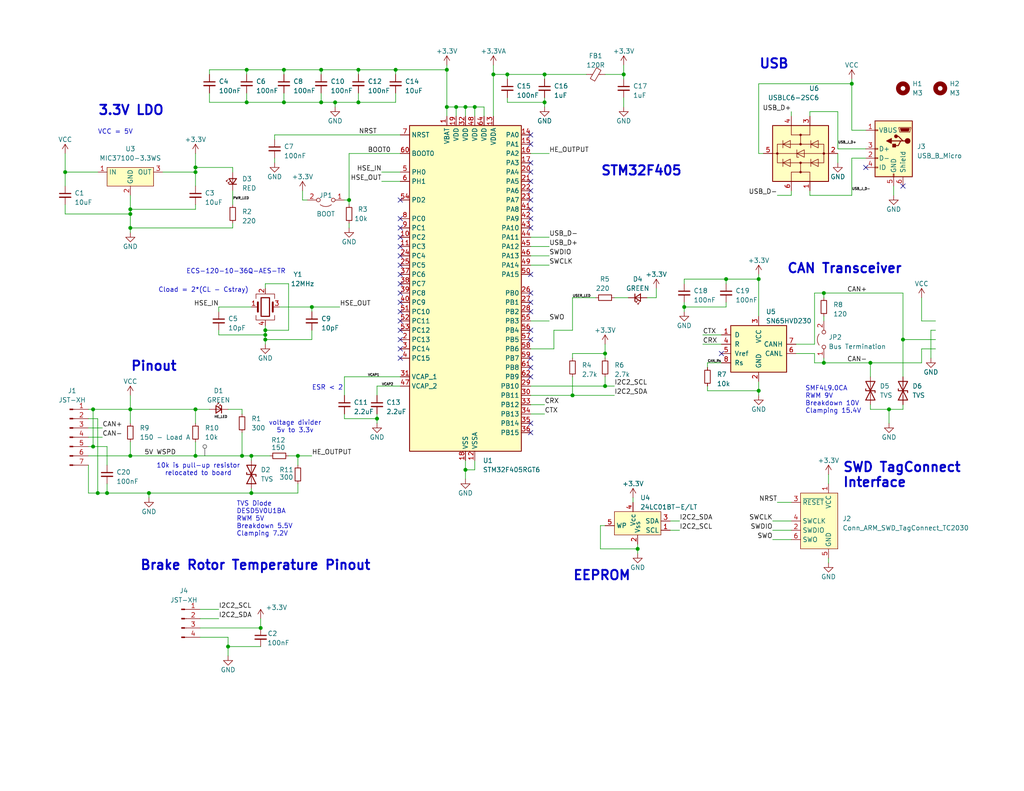
<source format=kicad_sch>
(kicad_sch (version 20231120) (generator "eeschema") (generator_version "8.0")
  (paper "USLetter")
  (title_block (title "SDM-25 Wheel Board") (date "2024-01-16") (rev "v1.2") (company "Sun Devil Motorsports"))
  (junction (at 237.49 99.06))
  (junction (at 170.18 20.32))
  (junction (at 87.63 19.05))
  (junction (at 207.01 106.68))
  (junction (at 134.62 20.32))
  (junction (at 232.41 22.86))
  (junction (at 71.12 171.45))
  (junction (at 17.78 46.99))
  (junction (at 165.1 96.52))
  (junction (at 246.38 92.71))
  (junction (at 186.69 83.82))
  (junction (at 91.44 27.94))
  (junction (at 53.34 111.76))
  (junction (at 35.56 58.42))
  (junction (at 72.39 92.71))
  (junction (at 242.57 111.76))
  (junction (at 121.92 29.21))
  (junction (at 29.21 134.62))
  (junction (at 53.34 46.99))
  (junction (at 62.23 176.53))
  (junction (at 102.87 114.3))
  (junction (at 85.09 83.82))
  (junction (at 25.4 111.76))
  (junction (at 97.79 19.05))
  (junction (at 68.58 134.62))
  (junction (at 35.56 124.46))
  (junction (at 72.39 90.17))
  (junction (at 97.79 27.94))
  (junction (at 198.12 76.2))
  (junction (at 207.01 76.2))
  (junction (at 35.56 62.23))
  (junction (at 35.56 57.15))
  (junction (at 156.21 107.95))
  (junction (at 224.79 80.01))
  (junction (at 165.1 105.41))
  (junction (at 53.34 124.46))
  (junction (at 67.31 27.94))
  (junction (at 148.59 20.32))
  (junction (at 72.39 91.44))
  (junction (at 77.47 27.94))
  (junction (at 68.58 124.46))
  (junction (at 127 128.27))
  (junction (at 87.63 27.94))
  (junction (at 40.64 134.62))
  (junction (at 124.46 29.21))
  (junction (at 127 29.21))
  (junction (at 35.56 111.76))
  (junction (at 67.31 19.05))
  (junction (at 107.95 19.05))
  (junction (at 25.4 121.92))
  (junction (at 53.34 45.72))
  (junction (at 81.28 124.46))
  (junction (at 224.79 99.06))
  (junction (at 173.99 149.86))
  (junction (at 121.92 19.05))
  (junction (at 26.67 134.62))
  (junction (at 138.43 20.32))
  (junction (at 148.59 27.94))
  (junction (at 66.04 124.46))
  (junction (at 77.47 19.05))
  (junction (at 129.54 29.21))
  (junction (at 95.25 54.61))
  (no_connect (at 109.22 72.39))
  (no_connect (at 144.78 46.99))
  (no_connect (at 144.78 118.11))
  (no_connect (at 144.78 82.55))
  (no_connect (at 109.22 69.85))
  (no_connect (at 109.22 85.09))
  (no_connect (at 144.78 92.71))
  (no_connect (at 144.78 54.61))
  (no_connect (at 109.22 77.47))
  (no_connect (at 144.78 52.07))
  (no_connect (at 109.22 64.77))
  (no_connect (at 246.38 50.8))
  (no_connect (at 144.78 100.33))
  (no_connect (at 109.22 95.25))
  (no_connect (at 236.22 45.72))
  (no_connect (at 196.85 96.52))
  (no_connect (at 144.78 97.79))
  (no_connect (at 109.22 59.69))
  (no_connect (at 109.22 90.17))
  (no_connect (at 144.78 90.17))
  (no_connect (at 144.78 57.15))
  (no_connect (at 144.78 80.01))
  (no_connect (at 144.78 102.87))
  (no_connect (at 109.22 67.31))
  (no_connect (at 109.22 54.61))
  (no_connect (at 109.22 80.01))
  (no_connect (at 144.78 115.57))
  (no_connect (at 144.78 62.23))
  (no_connect (at 144.78 36.83))
  (no_connect (at 144.78 85.09))
  (no_connect (at 144.78 39.37))
  (no_connect (at 109.22 82.55))
  (no_connect (at 144.78 49.53))
  (no_connect (at 144.78 59.69))
  (no_connect (at 109.22 92.71))
  (no_connect (at 109.22 87.63))
  (no_connect (at 144.78 74.93))
  (no_connect (at 109.22 62.23))
  (no_connect (at 144.78 44.45))
  (no_connect (at 109.22 97.79))
  (no_connect (at 109.22 74.93))
  (wire (pts (xy 74.93 38.1) (xy 74.93 36.83)))
  (wire (pts (xy 134.62 20.32) (xy 134.62 31.75)))
  (wire (pts (xy 186.69 82.55) (xy 186.69 83.82)))
  (wire (pts (xy 170.18 21.59) (xy 170.18 20.32)))
  (wire (pts (xy 198.12 76.2) (xy 207.01 76.2)))
  (wire (pts (xy 144.78 41.91) (xy 149.86 41.91)))
  (wire (pts (xy 25.4 111.76) (xy 35.56 111.76)))
  (wire (pts (xy 222.25 99.06) (xy 222.25 96.52)))
  (wire (pts (xy 144.78 69.85) (xy 149.86 69.85)))
  (wire (pts (xy 163.83 143.51) (xy 163.83 149.86)))
  (wire (pts (xy 72.39 92.71) (xy 72.39 93.98)))
  (wire (pts (xy 232.41 35.56) (xy 232.41 22.86)))
  (wire (pts (xy 236.22 43.18) (xy 232.41 43.18)))
  (wire (pts (xy 17.78 55.88) (xy 17.78 58.42)))
  (wire (pts (xy 24.13 124.46) (xy 35.56 124.46)))
  (wire (pts (xy 102.87 113.03) (xy 102.87 114.3)))
  (wire (pts (xy 207.01 104.14) (xy 207.01 106.68)))
  (wire (pts (xy 179.07 78.74) (xy 179.07 81.28)))
  (wire (pts (xy 138.43 27.94) (xy 148.59 27.94)))
  (wire (pts (xy 44.45 46.99) (xy 53.34 46.99)))
  (wire (pts (xy 93.98 114.3) (xy 102.87 114.3)))
  (wire (pts (xy 144.78 87.63) (xy 149.86 87.63)))
  (wire (pts (xy 95.25 60.96) (xy 95.25 62.23)))
  (wire (pts (xy 93.98 54.61) (xy 95.25 54.61)))
  (wire (pts (xy 57.15 20.32) (xy 57.15 19.05)))
  (wire (pts (xy 63.5 62.23) (xy 35.56 62.23)))
  (wire (pts (xy 77.47 20.32) (xy 77.47 19.05)))
  (wire (pts (xy 104.14 49.53) (xy 109.22 49.53)))
  (wire (pts (xy 66.04 118.11) (xy 66.04 124.46)))
  (wire (pts (xy 156.21 81.28) (xy 162.56 81.28)))
  (wire (pts (xy 210.82 142.24) (xy 215.9 142.24)))
  (wire (pts (xy 97.79 27.94) (xy 91.44 27.94)))
  (wire (pts (xy 193.04 106.68) (xy 207.01 106.68)))
  (wire (pts (xy 68.58 124.46) (xy 68.58 125.73)))
  (wire (pts (xy 170.18 17.78) (xy 170.18 20.32)))
  (wire (pts (xy 242.57 111.76) (xy 242.57 115.57)))
  (wire (pts (xy 53.34 45.72) (xy 53.34 46.99)))
  (wire (pts (xy 59.69 91.44) (xy 72.39 91.44)))
  (wire (pts (xy 182.88 142.24) (xy 185.42 142.24)))
  (wire (pts (xy 59.69 85.09) (xy 59.69 83.82)))
  (wire (pts (xy 129.54 31.75) (xy 129.54 29.21)))
  (wire (pts (xy 212.09 137.16) (xy 215.9 137.16)))
  (wire (pts (xy 97.79 20.32) (xy 97.79 19.05)))
  (wire (pts (xy 215.9 52.07) (xy 215.9 53.34)))
  (wire (pts (xy 198.12 83.82) (xy 186.69 83.82)))
  (wire (pts (xy 57.15 19.05) (xy 67.31 19.05)))
  (wire (pts (xy 193.04 99.06) (xy 193.04 100.33)))
  (wire (pts (xy 210.82 147.32) (xy 215.9 147.32)))
  (wire (pts (xy 35.56 58.42) (xy 35.56 62.23)))
  (wire (pts (xy 35.56 120.65) (xy 35.56 124.46)))
  (wire (pts (xy 25.4 121.92) (xy 25.4 111.76)))
  (wire (pts (xy 104.14 46.99) (xy 109.22 46.99)))
  (wire (pts (xy 17.78 58.42) (xy 35.56 58.42)))
  (wire (pts (xy 107.95 20.32) (xy 107.95 19.05)))
  (wire (pts (xy 191.77 93.98) (xy 196.85 93.98)))
  (wire (pts (xy 224.79 80.01) (xy 246.38 80.01)))
  (wire (pts (xy 93.98 102.87) (xy 93.98 107.95)))
  (wire (pts (xy 226.06 129.54) (xy 226.06 132.08)))
  (wire (pts (xy 53.34 41.91) (xy 53.34 45.72)))
  (wire (pts (xy 78.74 90.17) (xy 78.74 77.47)))
  (wire (pts (xy 163.83 149.86) (xy 173.99 149.86)))
  (wire (pts (xy 77.47 19.05) (xy 87.63 19.05)))
  (wire (pts (xy 127 31.75) (xy 127 29.21)))
  (wire (pts (xy 53.34 111.76) (xy 53.34 115.57)))
  (wire (pts (xy 144.78 95.25) (xy 151.13 95.25)))
  (wire (pts (xy 25.4 121.92) (xy 29.21 121.92)))
  (wire (pts (xy 17.78 46.99) (xy 26.67 46.99)))
  (wire (pts (xy 53.34 55.88) (xy 53.34 57.15)))
  (wire (pts (xy 138.43 20.32) (xy 134.62 20.32)))
  (wire (pts (xy 144.78 67.31) (xy 149.86 67.31)))
  (wire (pts (xy 63.5 62.23) (xy 63.5 60.96)))
  (wire (pts (xy 66.04 124.46) (xy 68.58 124.46)))
  (wire (pts (xy 237.49 110.49) (xy 237.49 111.76)))
  (wire (pts (xy 77.47 25.4) (xy 77.47 27.94)))
  (wire (pts (xy 148.59 26.67) (xy 148.59 27.94)))
  (wire (pts (xy 220.98 30.48) (xy 228.6 30.48)))
  (wire (pts (xy 151.13 90.17) (xy 156.21 90.17)))
  (wire (pts (xy 222.25 80.01) (xy 222.25 93.98)))
  (wire (pts (xy 228.6 30.48) (xy 228.6 40.64)))
  (wire (pts (xy 85.09 92.71) (xy 72.39 92.71)))
  (wire (pts (xy 62.23 111.76) (xy 66.04 111.76)))
  (wire (pts (xy 127 29.21) (xy 129.54 29.21)))
  (wire (pts (xy 72.39 88.9) (xy 72.39 90.17)))
  (wire (pts (xy 144.78 110.49) (xy 148.59 110.49)))
  (wire (pts (xy 207.01 41.91) (xy 207.01 22.86)))
  (wire (pts (xy 138.43 26.67) (xy 138.43 27.94)))
  (wire (pts (xy 53.34 124.46) (xy 66.04 124.46)))
  (wire (pts (xy 144.78 72.39) (xy 149.86 72.39)))
  (wire (pts (xy 24.13 134.62) (xy 24.13 127)))
  (wire (pts (xy 156.21 97.79) (xy 156.21 96.52)))
  (wire (pts (xy 144.78 105.41) (xy 165.1 105.41)))
  (wire (pts (xy 222.25 96.52) (xy 217.17 96.52)))
  (wire (pts (xy 121.92 19.05) (xy 121.92 29.21)))
  (wire (pts (xy 35.56 57.15) (xy 35.56 58.42)))
  (wire (pts (xy 62.23 173.99) (xy 62.23 176.53)))
  (wire (pts (xy 165.1 96.52) (xy 165.1 97.79)))
  (wire (pts (xy 53.34 46.99) (xy 53.34 50.8)))
  (wire (pts (xy 40.64 134.62) (xy 68.58 134.62)))
  (wire (pts (xy 129.54 125.73) (xy 129.54 128.27)))
  (wire (pts (xy 95.25 55.88) (xy 95.25 54.61)))
  (wire (pts (xy 222.25 93.98) (xy 217.17 93.98)))
  (wire (pts (xy 156.21 90.17) (xy 156.21 81.28)))
  (wire (pts (xy 236.22 35.56) (xy 232.41 35.56)))
  (wire (pts (xy 134.62 17.78) (xy 134.62 20.32)))
  (wire (pts (xy 85.09 90.17) (xy 85.09 92.71)))
  (wire (pts (xy 124.46 31.75) (xy 124.46 29.21)))
  (wire (pts (xy 193.04 105.41) (xy 193.04 106.68)))
  (wire (pts (xy 85.09 83.82) (xy 76.2 83.82)))
  (wire (pts (xy 127 128.27) (xy 127 130.81)))
  (wire (pts (xy 97.79 25.4) (xy 97.79 27.94)))
  (wire (pts (xy 67.31 19.05) (xy 77.47 19.05)))
  (wire (pts (xy 255.27 90.17) (xy 254 90.17)))
  (wire (pts (xy 74.93 36.83) (xy 109.22 36.83)))
  (wire (pts (xy 35.56 107.95) (xy 35.56 111.76)))
  (wire (pts (xy 24.13 121.92) (xy 25.4 121.92)))
  (wire (pts (xy 243.84 50.8) (xy 243.84 53.34)))
  (wire (pts (xy 72.39 90.17) (xy 78.74 90.17)))
  (wire (pts (xy 63.5 45.72) (xy 53.34 45.72)))
  (wire (pts (xy 81.28 124.46) (xy 85.09 124.46)))
  (wire (pts (xy 24.13 116.84) (xy 27.94 116.84)))
  (wire (pts (xy 220.98 30.48) (xy 220.98 31.75)))
  (wire (pts (xy 87.63 19.05) (xy 97.79 19.05)))
  (wire (pts (xy 251.46 99.06) (xy 237.49 99.06)))
  (wire (pts (xy 224.79 81.28) (xy 224.79 80.01)))
  (wire (pts (xy 107.95 27.94) (xy 97.79 27.94)))
  (wire (pts (xy 102.87 107.95) (xy 102.87 105.41)))
  (wire (pts (xy 207.01 106.68) (xy 207.01 107.95)))
  (wire (pts (xy 186.69 76.2) (xy 198.12 76.2)))
  (wire (pts (xy 53.34 111.76) (xy 57.15 111.76)))
  (wire (pts (xy 72.39 90.17) (xy 72.39 91.44)))
  (wire (pts (xy 67.31 25.4) (xy 67.31 27.94)))
  (wire (pts (xy 246.38 92.71) (xy 246.38 80.01)))
  (wire (pts (xy 102.87 115.57) (xy 102.87 114.3)))
  (wire (pts (xy 208.28 41.91) (xy 207.01 41.91)))
  (wire (pts (xy 191.77 91.44) (xy 196.85 91.44)))
  (wire (pts (xy 85.09 83.82) (xy 92.71 83.82)))
  (wire (pts (xy 85.09 85.09) (xy 85.09 83.82)))
  (wire (pts (xy 222.25 99.06) (xy 224.79 99.06)))
  (wire (pts (xy 196.85 99.06) (xy 193.04 99.06)))
  (wire (pts (xy 182.88 144.78) (xy 185.42 144.78)))
  (wire (pts (xy 246.38 92.71) (xy 255.27 92.71)))
  (wire (pts (xy 24.13 119.38) (xy 27.94 119.38)))
  (wire (pts (xy 220.98 52.07) (xy 220.98 53.34)))
  (wire (pts (xy 224.79 97.79) (xy 224.79 99.06)))
  (wire (pts (xy 91.44 27.94) (xy 91.44 29.21)))
  (wire (pts (xy 71.12 168.91) (xy 71.12 171.45)))
  (wire (pts (xy 68.58 124.46) (xy 73.66 124.46)))
  (wire (pts (xy 53.34 57.15) (xy 35.56 57.15)))
  (wire (pts (xy 87.63 27.94) (xy 91.44 27.94)))
  (wire (pts (xy 81.28 124.46) (xy 81.28 127)))
  (wire (pts (xy 170.18 26.67) (xy 170.18 29.21)))
  (wire (pts (xy 26.67 114.3) (xy 26.67 134.62)))
  (wire (pts (xy 132.08 31.75) (xy 132.08 29.21)))
  (wire (pts (xy 127 128.27) (xy 129.54 128.27)))
  (wire (pts (xy 26.67 134.62) (xy 29.21 134.62)))
  (wire (pts (xy 40.64 135.89) (xy 40.64 134.62)))
  (wire (pts (xy 173.99 149.86) (xy 173.99 151.13)))
  (wire (pts (xy 72.39 91.44) (xy 72.39 92.71)))
  (wire (pts (xy 107.95 19.05) (xy 121.92 19.05)))
  (wire (pts (xy 68.58 133.35) (xy 68.58 134.62)))
  (wire (pts (xy 232.41 22.86) (xy 232.41 21.59)))
  (wire (pts (xy 77.47 27.94) (xy 87.63 27.94)))
  (wire (pts (xy 156.21 107.95) (xy 167.64 107.95)))
  (wire (pts (xy 24.13 114.3) (xy 26.67 114.3)))
  (wire (pts (xy 148.59 20.32) (xy 160.02 20.32)))
  (wire (pts (xy 228.6 40.64) (xy 236.22 40.64)))
  (wire (pts (xy 67.31 20.32) (xy 67.31 19.05)))
  (wire (pts (xy 82.55 52.07) (xy 82.55 54.61)))
  (wire (pts (xy 67.31 27.94) (xy 77.47 27.94)))
  (wire (pts (xy 54.61 166.37) (xy 59.69 166.37)))
  (wire (pts (xy 63.5 52.07) (xy 63.5 55.88)))
  (wire (pts (xy 57.15 25.4) (xy 57.15 27.94)))
  (wire (pts (xy 226.06 152.4) (xy 226.06 153.67)))
  (wire (pts (xy 222.25 80.01) (xy 224.79 80.01)))
  (wire (pts (xy 107.95 25.4) (xy 107.95 27.94)))
  (wire (pts (xy 24.13 111.76) (xy 25.4 111.76)))
  (wire (pts (xy 179.07 81.28) (xy 176.53 81.28)))
  (wire (pts (xy 207.01 74.93) (xy 207.01 76.2)))
  (wire (pts (xy 132.08 29.21) (xy 129.54 29.21)))
  (wire (pts (xy 212.09 53.34) (xy 215.9 53.34)))
  (wire (pts (xy 232.41 43.18) (xy 232.41 53.34)))
  (wire (pts (xy 54.61 171.45) (xy 71.12 171.45)))
  (wire (pts (xy 74.93 43.18) (xy 74.93 44.45)))
  (wire (pts (xy 228.6 41.91) (xy 228.6 44.45)))
  (wire (pts (xy 207.01 22.86) (xy 232.41 22.86)))
  (wire (pts (xy 78.74 124.46) (xy 81.28 124.46)))
  (wire (pts (xy 254 90.17) (xy 254 97.79)))
  (wire (pts (xy 71.12 176.53) (xy 62.23 176.53)))
  (wire (pts (xy 82.55 54.61) (xy 83.82 54.61)))
  (wire (pts (xy 59.69 90.17) (xy 59.69 91.44)))
  (wire (pts (xy 156.21 102.87) (xy 156.21 107.95)))
  (wire (pts (xy 87.63 25.4) (xy 87.63 27.94)))
  (wire (pts (xy 72.39 77.47) (xy 72.39 78.74)))
  (wire (pts (xy 210.82 144.78) (xy 215.9 144.78)))
  (wire (pts (xy 144.78 107.95) (xy 156.21 107.95)))
  (wire (pts (xy 246.38 102.87) (xy 246.38 92.71)))
  (wire (pts (xy 144.78 113.03) (xy 148.59 113.03)))
  (wire (pts (xy 109.22 102.87) (xy 93.98 102.87)))
  (wire (pts (xy 57.15 27.94) (xy 67.31 27.94)))
  (wire (pts (xy 29.21 132.08) (xy 29.21 134.62)))
  (wire (pts (xy 255.27 95.25) (xy 251.46 95.25)))
  (wire (pts (xy 63.5 46.99) (xy 63.5 45.72)))
  (wire (pts (xy 151.13 95.25) (xy 151.13 90.17)))
  (wire (pts (xy 102.87 105.41) (xy 109.22 105.41)))
  (wire (pts (xy 81.28 132.08) (xy 81.28 134.62)))
  (wire (pts (xy 165.1 102.87) (xy 165.1 105.41)))
  (wire (pts (xy 35.56 111.76) (xy 35.56 115.57)))
  (wire (pts (xy 156.21 96.52) (xy 165.1 96.52)))
  (wire (pts (xy 242.57 111.76) (xy 246.38 111.76)))
  (wire (pts (xy 165.1 143.51) (xy 163.83 143.51)))
  (wire (pts (xy 255.27 87.63) (xy 251.46 87.63)))
  (wire (pts (xy 97.79 19.05) (xy 107.95 19.05)))
  (wire (pts (xy 95.25 41.91) (xy 95.25 54.61)))
  (wire (pts (xy 54.61 173.99) (xy 62.23 173.99)))
  (wire (pts (xy 17.78 46.99) (xy 17.78 50.8)))
  (wire (pts (xy 121.92 29.21) (xy 121.92 31.75)))
  (wire (pts (xy 172.72 135.89) (xy 172.72 137.16)))
  (wire (pts (xy 148.59 27.94) (xy 148.59 29.21)))
  (wire (pts (xy 93.98 113.03) (xy 93.98 114.3)))
  (wire (pts (xy 215.9 30.48) (xy 215.9 31.75)))
  (wire (pts (xy 224.79 99.06) (xy 237.49 99.06)))
  (wire (pts (xy 165.1 93.98) (xy 165.1 96.52)))
  (wire (pts (xy 198.12 82.55) (xy 198.12 83.82)))
  (wire (pts (xy 78.74 77.47) (xy 72.39 77.47)))
  (wire (pts (xy 17.78 41.91) (xy 17.78 46.99)))
  (wire (pts (xy 148.59 20.32) (xy 138.43 20.32)))
  (wire (pts (xy 35.56 63.5) (xy 35.56 62.23)))
  (wire (pts (xy 87.63 20.32) (xy 87.63 19.05)))
  (wire (pts (xy 144.78 64.77) (xy 149.86 64.77)))
  (wire (pts (xy 237.49 111.76) (xy 242.57 111.76)))
  (wire (pts (xy 173.99 148.59) (xy 173.99 149.86)))
  (wire (pts (xy 29.21 121.92) (xy 29.21 127)))
  (wire (pts (xy 165.1 105.41) (xy 167.64 105.41)))
  (wire (pts (xy 62.23 176.53) (xy 62.23 179.07)))
  (wire (pts (xy 127 125.73) (xy 127 128.27)))
  (wire (pts (xy 109.22 41.91) (xy 95.25 41.91)))
  (wire (pts (xy 29.21 134.62) (xy 40.64 134.62)))
  (wire (pts (xy 207.01 76.2) (xy 207.01 86.36)))
  (wire (pts (xy 35.56 53.34) (xy 35.56 57.15)))
  (wire (pts (xy 138.43 21.59) (xy 138.43 20.32)))
  (wire (pts (xy 232.41 53.34) (xy 220.98 53.34)))
  (wire (pts (xy 186.69 83.82) (xy 186.69 85.09)))
  (wire (pts (xy 53.34 120.65) (xy 53.34 124.46)))
  (wire (pts (xy 237.49 102.87) (xy 237.49 99.06)))
  (wire (pts (xy 24.13 134.62) (xy 26.67 134.62)))
  (wire (pts (xy 35.56 124.46) (xy 53.34 124.46)))
  (wire (pts (xy 59.69 83.82) (xy 68.58 83.82)))
  (wire (pts (xy 246.38 110.49) (xy 246.38 111.76)))
  (wire (pts (xy 186.69 77.47) (xy 186.69 76.2)))
  (wire (pts (xy 66.04 111.76) (xy 66.04 113.03)))
  (wire (pts (xy 251.46 87.63) (xy 251.46 81.28)))
  (wire (pts (xy 54.61 168.91) (xy 59.69 168.91)))
  (wire (pts (xy 121.92 17.78) (xy 121.92 19.05)))
  (wire (pts (xy 167.64 81.28) (xy 171.45 81.28)))
  (wire (pts (xy 224.79 86.36) (xy 224.79 87.63)))
  (wire (pts (xy 148.59 21.59) (xy 148.59 20.32)))
  (wire (pts (xy 124.46 29.21) (xy 127 29.21)))
  (wire (pts (xy 170.18 20.32) (xy 165.1 20.32)))
  (wire (pts (xy 68.58 134.62) (xy 81.28 134.62)))
  (wire (pts (xy 121.92 29.21) (xy 124.46 29.21)))
  (wire (pts (xy 35.56 111.76) (xy 53.34 111.76)))
  (wire (pts (xy 198.12 77.47) (xy 198.12 76.2)))
  (wire (pts (xy 251.46 95.25) (xy 251.46 99.06)))
  (text "SWD TagConnect\nInterface" (at 229.87 133.35 0) (effects (font (size 2.56 2.56) (thickness 0.512) (bold yes)) (justify left bottom)))
  (text "Brake Rotor Temperature Pinout" (at 38.1 155.956 0) (effects (font (size 2.56 2.56) (thickness 0.512) (bold yes)) (justify left bottom)))
  (text "EEPROM" (at 156.21 158.75 0) (effects (font (size 2.56 2.56) (thickness 0.512) (bold yes)) (justify left bottom)))
  (text "USB" (at 207.01 19.05 0) (effects (font (size 2.56 2.56) (thickness 0.512) (bold yes)) (justify left bottom)))
  (text "TVS Diode\nDESD5V0U1BA\nRWM 5V\nBreakdown 5.5V\nClamping 7.2V" (at 64.516 146.558 0) (effects (font (size 1.27 1.27)) (justify left bottom)))
  (text "STM32F405" (at 163.83 48.26 0) (effects (font (size 2.56 2.56) (thickness 0.512) (bold yes)) (justify left bottom)))
  (text "ESR < 2" (at 85.09 106.68 0) (effects (font (size 1.27 1.27)) (justify left bottom)))
  (text "ECS-120-10-36Q-AES-TR" (at 50.8 74.93 0) (effects (font (size 1.27 1.27)) (justify left bottom)))
  (text "VCC = 5V\n" (at 26.67 36.83 0) (effects (font (size 1.27 1.27)) (justify left bottom)))
  (text "voltage divider\n5v to 3.3v" (at 80.518 116.586 0) (effects (font (size 1.27 1.27))))
  (text "Pinout" (at 35.56 101.6 0) (effects (font (size 2.56 2.56) (thickness 0.512) (bold yes)) (justify left bottom)))
  (text "10k is pull-up resistor\nrelocated to board\n" (at 54.102 128.27 0) (effects (font (size 1.27 1.27))))
  (text "SMF4L9.0CA\nRWM 9V\nBreakdown 10V\nClamping 15.4V" (at 219.71 113.03 0) (effects (font (size 1.27 1.27)) (justify left bottom)))
  (text "3.3V LDO" (at 26.67 31.75 0) (effects (font (size 2.56 2.56) (thickness 0.512) (bold yes)) (justify left bottom)))
  (text "Cload = 2*(CL - Cstray)" (at 43.18 80.01 0) (effects (font (size 1.27 1.27)) (justify left bottom)))
  (text "CAN Transceiver" (at 214.63 74.93 0) (effects (font (size 2.56 2.56) (thickness 0.512) (bold yes)) (justify left bottom)))
  (label "CTX" (at 148.59 113.03 0))
  (label "SWDIO" (at 149.86 69.85 0))
  (label "HE_OUTPUT" (at 85.09 124.46 0))
  (label "I2C2_SDA" (at 185.42 142.24 0))
  (label "HSE_OUT" (at 104.14 49.53 180))
  (label "CRX" (at 191.77 93.98 0))
  (label "USB_D-" (at 212.09 53.34 180))
  (label "I2C2_SDA" (at 167.64 107.95 0))
  (label "USB_J_D+" (at 228.6 39.37 0) (effects (font (size 0.65 0.65))))
  (label "CAN_Rs" (at 193.04 99.06 0) (effects (font (size 0.65 0.65))))
  (label "CAN-" (at 27.94 119.38 0))
  (label "CAN+" (at 231.14 80.01 0))
  (label "SWCLK" (at 149.86 72.39 0))
  (label "USB_D+" (at 149.86 67.31 0))
  (label "VCAP2" (at 104.14 105.41 0) (effects (font (size 0.65 0.65))))
  (label "USB_J_D-" (at 232.41 52.07 0) (effects (font (size 0.65 0.65))))
  (label "HE_OUTPUT" (at 149.86 41.91 0))
  (label "5V WSPD" (at 39.37 124.46 0))
  (label "I2C2_SCL" (at 59.69 166.37 0))
  (label "HSE_IN" (at 59.69 83.82 180))
  (label "HSE_OUT" (at 92.71 83.82 0))
  (label "SWDIO" (at 210.82 144.78 180))
  (label "I2C2_SDA" (at 59.69 168.91 0))
  (label "SWO" (at 210.82 147.32 180))
  (label "CAN-" (at 231.14 99.06 0))
  (label "HSE_IN" (at 104.14 46.99 180))
  (label "SWCLK" (at 210.82 142.24 180))
  (label "CAN+" (at 27.94 116.84 0))
  (label "I2C2_SCL" (at 167.64 105.41 0))
  (label "CTX" (at 191.77 91.44 0))
  (label "USB_D-" (at 149.86 64.77 0))
  (label "USER_LED" (at 156.21 81.28 0) (effects (font (size 0.65 0.65))))
  (label "BOOT0" (at 100.33 41.91 0))
  (label "CRX" (at 148.59 110.49 0))
  (label "I2C2_SCL" (at 185.42 144.78 0))
  (label "PWR_LED" (at 63.5 54.61 0) (effects (font (size 0.65 0.65))))
  (label "VCAP1" (at 100.33 102.87 0) (effects (font (size 0.65 0.65))))
  (label "NRST" (at 102.87 36.83 180))
  (label "HE_LED" (at 58.42 114.3 0) (effects (font (size 0.64 0.64))))
  (label "SWO" (at 149.86 87.63 0))
  (label "NRST" (at 212.09 137.16 180))
  (label "USB_D+" (at 215.9 30.48 180))
  (netclass_flag "" (length 2.54) (shape round) (at 55.88 124.46 0) (property "Netclass" "5V WSPD" (effects (hide yes))))
  (symbol (lib_id "power:GND") (at 186.69 85.09 0) (unit 1)
    (property "Reference" "#PWR024" (effects (hide yes)))
    (property "Value" "GND" (at 186.69 88.9 0))
  )
  (symbol (lib_id "Device:C_Small") (at 87.63 22.86 0) (unit 1)
    (property "Reference" "C10" (at 90.17 22.2313 0) (effects (justify left)))
    (property "Value" "100nF" (at 90.17 24.7713 0) (effects (justify left)))
    (property "Footprint" "Capacitor_SMD:C_0402_1005Metric" (effects (hide yes)))
  )
  (symbol (lib_id "power:VCC") (at 17.78 41.91 0) (unit 1)
    (property "Reference" "#PWR01" (effects (hide yes)))
    (property "Value" "VCC" (at 17.78 38.1 0))
  )
  (symbol (lib_id "Device:C_Small") (at 107.95 22.86 0) (unit 1)
    (property "Reference" "C14" (at 110.49 22.2313 0) (effects (justify left)))
    (property "Value" "10uF" (at 110.49 24.7713 0) (effects (justify left)))
    (property "Footprint" "Capacitor_SMD:C_0805_2012Metric" (effects (hide yes)))
  )
  (symbol (lib_id "power:GND") (at 127 130.81 0) (unit 1)
    (property "Reference" "#PWR015" (effects (hide yes)))
    (property "Value" "GND" (at 127 134.62 0))
  )
  (symbol (lib_id "power:VCC") (at 35.56 107.95 0) (unit 1)
    (property "Reference" "#PWR035" (effects (hide yes)))
    (property "Value" "VCC" (at 35.56 104.14 0))
  )
  (symbol (lib_id "power:GND") (at 95.25 62.23 0) (unit 1)
    (property "Reference" "#PWR012" (effects (hide yes)))
    (property "Value" "GND" (at 95.25 66.04 0))
  )
  (symbol (lib_id "power:GND") (at 243.84 53.34 0) (unit 1)
    (property "Reference" "#PWR032" (effects (hide yes)))
    (property "Value" "GND" (at 243.84 57.15 0))
  )
  (symbol (lib_id "Device:C_Small") (at 74.93 40.64 0) (unit 1)
    (property "Reference" "C7" (at 77.47 40.0113 0) (effects (justify left)))
    (property "Value" "100nF" (at 77.47 42.5513 0) (effects (justify left)))
    (property "Footprint" "Capacitor_SMD:C_0402_1005Metric" (effects (hide yes)))
  )
  (symbol (lib_id "power:VCC") (at 251.46 81.28 0) (unit 1)
    (property "Reference" "#PWR033" (effects (hide yes)))
    (property "Value" "VCC" (at 251.46 77.47 0))
  )
  (symbol (lib_id "power:+3.3V") (at 71.12 168.91 0) (unit 1)
    (property "Reference" "#PWR06" (effects (hide yes)))
    (property "Value" "+3.3V" (at 75.438 165.862 0))
  )
  (symbol (lib_id "Device:D_TVS") (at 237.49 106.68 90) (unit 1)
    (property "Reference" "D5" (at 240.03 105.41 90) (effects (justify right)))
    (property "Value" "TVS" (at 240.03 107.95 90) (effects (justify right)))
    (property "Footprint" "Library:SOD-123FL" (effects (hide yes)))
  )
  (symbol (lib_id "Device:R_Small") (at 53.34 118.11 0) (unit 1)
    (property "Reference" "R10" (at 55.88 116.8399 0) (effects (justify left)))
    (property "Value" "10k" (at 55.88 119.3799 0) (effects (justify left)))
    (property "Footprint" "Resistor_SMD:R_0805_2012Metric" (effects (hide yes)))
    (property "Description" "Resistor, small symbol" (effects (hide yes)))
  )
  (symbol (lib_id "Device:R_Small") (at 81.28 129.54 0) (unit 1)
    (property "Reference" "R11" (at 76.2 128.27 0) (effects (justify left)))
    (property "Value" "300" (at 76.2 130.302 0) (effects (justify left)))
    (property "Footprint" "Resistor_SMD:R_0805_2012Metric" (effects (hide yes)))
    (property "Description" "Resistor, small symbol" (effects (hide yes)))
  )
  (symbol (lib_id "power:GND") (at 74.93 44.45 0) (unit 1)
    (property "Reference" "#PWR09" (effects (hide yes)))
    (property "Value" "GND" (at 74.93 48.26 0))
  )
  (symbol (lib_id "Device:R_Small") (at 76.2 124.46 90) (unit 1)
    (property "Reference" "R12" (at 75.946 120.142 90))
    (property "Value" "150" (at 75.946 122.174 90))
    (property "Footprint" "Resistor_SMD:R_0805_2012Metric" (effects (hide yes)))
    (property "Description" "Resistor, small symbol" (effects (hide yes)))
  )
  (symbol (lib_id "Device:R_Small") (at 156.21 100.33 0) (unit 1)
    (property "Reference" "R4" (at 158.75 99.695 0) (effects (justify left)))
    (property "Value" "2.7k" (at 158.75 102.235 0) (effects (justify left)))
    (property "Footprint" "Resistor_SMD:R_0603_1608Metric" (effects (hide yes)))
  )
  (symbol (lib_id "power:GND") (at 228.6 44.45 0) (unit 1)
    (property "Reference" "#PWR029" (effects (hide yes)))
    (property "Value" "GND" (at 228.6 48.26 0))
  )
  (symbol (lib_id "Device:R_Small") (at 95.25 58.42 0) (mirror x) (unit 1)
    (property "Reference" "R3" (at 100.33 57.15 0) (effects (justify right)))
    (property "Value" "10k" (at 100.33 59.69 0) (effects (justify right)))
    (property "Footprint" "Resistor_SMD:R_0805_2012Metric" (effects (hide yes)))
  )
  (symbol (lib_id "power:GND") (at 40.64 135.89 0) (unit 1)
    (property "Reference" "#PWR04" (effects (hide yes)))
    (property "Value" "GND" (at 40.64 139.7 0))
  )
  (symbol (lib_id "Device:C_Small") (at 85.09 87.63 0) (unit 1)
    (property "Reference" "C9" (at 87.63 87.0013 0) (effects (justify left)))
    (property "Value" "10pF" (at 87.63 89.5413 0) (effects (justify left)))
    (property "Footprint" "Capacitor_SMD:C_0402_1005Metric" (effects (hide yes)))
  )
  (symbol (lib_id "Library:MIC37100-3.3WS") (at 35.56 43.18 0) (unit 1)
    (property "Reference" "U3" (at 35.56 40.64 0))
    (property "Value" "MIC37100-3.3WS" (at 35.56 43.18 0))
    (property "Footprint" "Package_TO_SOT_SMD:SOT-223-3_TabPin2" (effects (hide yes)))
  )
  (symbol (lib_id "Device:R_Small") (at 165.1 100.33 0) (unit 1)
    (property "Reference" "R6" (at 167.64 99.695 0) (effects (justify left)))
    (property "Value" "2.7k" (at 167.64 102.235 0) (effects (justify left)))
    (property "Footprint" "Resistor_SMD:R_0603_1608Metric" (effects (hide yes)))
  )
  (symbol (lib_id "Mechanical:MountingHole") (at 246.38 24.13 0) (unit 1)
    (property "Reference" "H1" (at 248.92 22.86 0) (effects (justify left)))
    (property "Value" "M3" (at 248.92 25.4 0) (effects (justify left)))
    (property "Footprint" "MountingHole:MountingHole_3.2mm_M3" (effects (hide yes)))
  )
  (symbol (lib_id "Device:R_Small") (at 35.56 118.11 0) (unit 1)
    (property "Reference" "R9" (at 38.1 116.8399 0) (effects (justify left)))
    (property "Value" "150 - Load A" (at 38.1 119.3799 0) (effects (justify left)))
    (property "Footprint" "Resistor_SMD:R_0805_2012Metric" (effects (hide yes)))
    (property "Description" "Resistor, small symbol" (effects (hide yes)))
  )
  (symbol (lib_id "Connector:Conn_01x04_Pin") (at 49.53 168.91 0) (unit 1)
    (property "Reference" "J4" (at 50.165 161.29 0))
    (property "Value" "JST-XH" (at 50.165 163.83 0))
    (property "Footprint" "Connector_JST:JST_XH_B4B-XH-A_1x04_P2.50mm_Vertical" (effects (hide yes)))
    (property "Description" "Generic connector, single row, 01x04, script generated" (effects (hide yes)))
  )
  (symbol (lib_id "Mechanical:MountingHole") (at 256.54 24.13 0) (unit 1)
    (property "Reference" "H2" (at 259.08 22.86 0) (effects (justify left)))
    (property "Value" "M3" (at 259.08 25.4 0) (effects (justify left)))
    (property "Footprint" "MountingHole:MountingHole_3.2mm_M3" (effects (hide yes)))
  )
  (symbol (lib_id "power:VCC") (at 232.41 21.59 0) (unit 1)
    (property "Reference" "#PWR030" (effects (hide yes)))
    (property "Value" "VCC" (at 232.41 17.78 0))
  )
  (symbol (lib_id "Device:C_Small") (at 198.12 80.01 0) (unit 1)
    (property "Reference" "C19" (at 200.66 79.3813 0) (effects (justify left)))
    (property "Value" "100nF" (at 200.66 81.9213 0) (effects (justify left)))
    (property "Footprint" "Capacitor_SMD:C_0402_1005Metric" (effects (hide yes)))
  )
  (symbol (lib_id "Jumper:Jumper_2_Open") (at 224.79 92.71 90) (unit 1)
    (property "Reference" "JP2" (at 226.06 92.075 90) (effects (justify right)))
    (property "Value" "Bus Termination" (at 226.06 94.615 90) (effects (justify right)))
    (property "Footprint" "Connector_PinHeader_2.54mm:PinHeader_1x02_P2.54mm_Vertical" (effects (hide yes)))
  )
  (symbol (lib_id "Device:R_Small") (at 193.04 102.87 0) (unit 1)
    (property "Reference" "R7" (at 195.58 102.235 0) (effects (justify left)))
    (property "Value" "10k" (at 195.58 104.775 0) (effects (justify left)))
    (property "Footprint" "Resistor_SMD:R_0805_2012Metric" (effects (hide yes)))
  )
  (symbol (lib_id "Jumper:Jumper_2_Open") (at 88.9 54.61 180) (unit 1)
    (property "Reference" "JP1" (at 88.9 53.34 0))
    (property "Value" "BOOT" (at 88.9 58.42 0))
    (property "Footprint" "Connector_PinHeader_2.54mm:PinHeader_1x02_P2.54mm_Vertical" (effects (hide yes)))
  )
  (symbol (lib_id "power:GND") (at 254 97.79 0) (unit 1)
    (property "Reference" "#PWR034" (effects (hide yes)))
    (property "Value" "GND" (at 254 101.6 0))
  )
  (symbol (lib_id "power:+3.3V") (at 165.1 93.98 0) (unit 1)
    (property "Reference" "#PWR018" (effects (hide yes)))
    (property "Value" "+3.3V" (at 165.1 90.17 0))
  )
  (symbol (lib_id "Connector:Conn_ARM_SWD_TagConnect_TC2030") (at 223.52 142.24 0) (mirror y) (unit 1) (in_bom no)
    (property "Reference" "J2" (at 229.87 141.605 0) (effects (justify right)))
    (property "Value" "Conn_ARM_SWD_TagConnect_TC2030" (at 229.87 144.145 0) (effects (justify right)))
    (property "Footprint" "Connector:Tag-Connect_TC2030-IDC-NL_2x03_P1.27mm_Vertical" (effects (hide yes)))
    (property "Datasheet" "https://www.tag-connect.com/wp-content/uploads/bsk-pdf-manager/TC2030-CTX_1.pdf" (effects (hide yes)))
  )
  (symbol (lib_id "Device:C_Small") (at 53.34 53.34 0) (unit 1)
    (property "Reference" "C3" (at 55.88 52.7113 0) (effects (justify left)))
    (property "Value" "10uF" (at 55.88 55.2513 0) (effects (justify left)))
    (property "Footprint" "Capacitor_SMD:C_0805_2012Metric" (effects (hide yes)))
  )
  (symbol (lib_id "Device:FerriteBead_Small") (at 162.56 20.32 90) (unit 1)
    (property "Reference" "FB1" (at 162.5219 15.24 90))
    (property "Value" "120R" (at 162.5219 17.78 90))
    (property "Footprint" "Inductor_SMD:L_0603_1608Metric" (effects (hide yes)))
  )
  (symbol (lib_id "power:GND") (at 207.01 107.95 0) (unit 1)
    (property "Reference" "#PWR026" (effects (hide yes)))
    (property "Value" "GND" (at 207.01 111.76 0))
  )
  (symbol (lib_id "Device:C_Small") (at 93.98 110.49 0) (unit 1)
    (property "Reference" "C11" (at 96.52 109.8613 0) (effects (justify left)))
    (property "Value" "2.2uF" (at 96.52 112.4013 0) (effects (justify left)))
    (property "Footprint" "Capacitor_SMD:C_0603_1608Metric" (effects (hide yes)))
  )
  (symbol (lib_id "power:+3.3V") (at 170.18 17.78 0) (unit 1)
    (property "Reference" "#PWR019" (effects (hide yes)))
    (property "Value" "+3.3V" (at 170.18 13.97 0))
  )
  (symbol (lib_id "Connector:USB_B_Micro") (at 243.84 40.64 0) (mirror y) (unit 1)
    (property "Reference" "J3" (at 250.19 40.005 0) (effects (justify right)))
    (property "Value" "USB_B_Micro" (at 250.19 42.545 0) (effects (justify right)))
    (property "Footprint" "Connector_USB:USB_Micro-B_Molex-105017-0001" (effects (hide yes)))
  )
  (symbol (lib_id "Library:24LC01BT-x/LT") (at 173.99 137.16 0) (unit 1)
    (property "Reference" "U4" (at 174.6759 135.89 0) (effects (justify left)))
    (property "Value" "24LC01BT-E/LT" (at 174.6759 138.43 0) (effects (justify left)))
    (property "Footprint" "Library:SC-70-5" (effects (hide yes)))
  )
  (symbol (lib_id "Device:C_Small") (at 186.69 80.01 0) (unit 1)
    (property "Reference" "C18" (at 189.23 79.3813 0) (effects (justify left)))
    (property "Value" "100nF" (at 189.23 81.9213 0) (effects (justify left)))
    (property "Footprint" "Capacitor_SMD:C_0402_1005Metric" (effects (hide yes)))
  )
  (symbol (lib_id "Device:C_Small") (at 67.31 22.86 0) (unit 1)
    (property "Reference" "C6" (at 69.85 22.2313 0) (effects (justify left)))
    (property "Value" "100nF" (at 69.85 24.7713 0) (effects (justify left)))
    (property "Footprint" "Capacitor_SMD:C_0402_1005Metric" (effects (hide yes)))
  )
  (symbol (lib_id "Device:R_Small") (at 165.1 81.28 270) (unit 1)
    (property "Reference" "R5" (at 166.37 76.2 90) (effects (justify right)))
    (property "Value" "220" (at 166.37 78.74 90) (effects (justify right)))
    (property "Footprint" "Resistor_SMD:R_0805_2012Metric" (effects (hide yes)))
  )
  (symbol (lib_id "power:GND") (at 173.99 151.13 0) (unit 1)
    (property "Reference" "#PWR022" (effects (hide yes)))
    (property "Value" "GND" (at 173.99 154.94 0))
  )
  (symbol (lib_id "Device:Crystal_GND24") (at 72.39 83.82 0) (unit 1)
    (property "Reference" "Y1" (at 81.28 74.93 0))
    (property "Value" "12MHz" (at 82.55 77.47 0))
    (property "Footprint" "Crystal:Crystal_SMD_2520-4Pin_2.5x2.0mm" (effects (hide yes)))
  )
  (symbol (lib_id "Device:R_Small") (at 66.04 115.57 180) (unit 1)
    (property "Reference" "R1" (at 68.58 114.3 0) (effects (justify right)))
    (property "Value" "300" (at 68.58 116.84 0) (effects (justify right)))
    (property "Footprint" "Resistor_SMD:R_0805_2012Metric" (effects (hide yes)))
  )
  (symbol (lib_id "power:GND") (at 91.44 29.21 0) (unit 1)
    (property "Reference" "#PWR011" (effects (hide yes)))
    (property "Value" "GND" (at 91.44 33.02 0))
  )
  (symbol (lib_id "power:+3.3V") (at 82.55 52.07 0) (unit 1)
    (property "Reference" "#PWR010" (effects (hide yes)))
    (property "Value" "+3.3V" (at 82.55 48.26 0))
  )
  (symbol (lib_id "Device:C_Small") (at 57.15 22.86 0) (unit 1)
    (property "Reference" "C4" (at 59.69 22.2313 0) (effects (justify left)))
    (property "Value" "100nF" (at 59.69 24.7713 0) (effects (justify left)))
    (property "Footprint" "Capacitor_SMD:C_0402_1005Metric" (effects (hide yes)))
  )
  (symbol (lib_id "Device:D_TVS") (at 68.58 129.54 90) (unit 1)
    (property "Reference" "D2" (at 71.12 128.2699 90) (effects (justify right)))
    (property "Value" "TVS" (at 71.12 130.8099 90) (effects (justify right)))
    (property "Footprint" "Diode_SMD:D_SOD-323" (effects (hide yes)))
  )
  (symbol (lib_id "power:+3.3V") (at 121.92 17.78 0) (unit 1)
    (property "Reference" "#PWR014" (effects (hide yes)))
    (property "Value" "+3.3V" (at 121.92 13.97 0))
  )
  (symbol (lib_id "Interface_CAN_LIN:SN65HVD230") (at 207.01 93.98 0) (unit 1)
    (property "Reference" "U5" (at 208.9659 85.09 0) (effects (justify left)))
    (property "Value" "SN65HVD230" (at 208.9659 87.63 0) (effects (justify left)))
    (property "Footprint" "Package_SO:SOIC-8_3.9x4.9mm_P1.27mm" (effects (hide yes)))
    (property "Datasheet" "http://www.ti.com/lit/ds/symlink/sn65hvd230.pdf" (effects (hide yes)))
  )
  (symbol (lib_id "Connector:Conn_01x07_Pin") (at 19.05 119.38 0) (unit 1)
    (property "Reference" "J1" (at 19.685 106.68 0))
    (property "Value" "JST-XH" (at 19.685 109.22 0))
    (property "Footprint" "Connector_JST:JST_XH_B7B-XH-A_1x07_P2.50mm_Vertical" (effects (hide yes)))
  )
  (symbol (lib_id "Device:C_Small") (at 29.21 129.54 0) (unit 1)
    (property "Reference" "C20" (at 31.75 128.9113 0) (effects (justify left)))
    (property "Value" "100nF" (at 31.75 131.4513 0) (effects (justify left)))
    (property "Footprint" "Capacitor_SMD:C_0402_1005Metric" (effects (hide yes)))
  )
  (symbol (lib_id "power:GND") (at 242.57 115.57 0) (unit 1)
    (property "Reference" "#PWR031" (effects (hide yes)))
    (property "Value" "GND" (at 242.57 119.38 0))
  )
  (symbol (lib_id "Device:LED_Small") (at 63.5 49.53 90) (unit 1)
    (property "Reference" "D3" (at 66.04 48.8315 90) (effects (justify right)))
    (property "Value" "RED" (at 66.04 51.3715 90) (effects (justify right)))
    (property "Footprint" "Library:Dialight_561-XX0X-XXX" (effects (hide yes)))
  )
  (symbol (lib_id "power:GND") (at 62.23 179.07 0) (unit 1)
    (property "Reference" "#PWR05" (effects (hide yes)))
    (property "Value" "GND" (at 62.23 182.88 0))
  )
  (symbol (lib_id "Device:D_TVS") (at 246.38 106.68 90) (unit 1)
    (property "Reference" "D6" (at 248.92 105.41 90) (effects (justify right)))
    (property "Value" "TVS" (at 248.92 107.95 90) (effects (justify right)))
    (property "Footprint" "Library:SOD-123FL" (effects (hide yes)))
  )
  (symbol (lib_id "power:GND") (at 170.18 29.21 0) (unit 1)
    (property "Reference" "#PWR020" (effects (hide yes)))
    (property "Value" "GND" (at 170.18 33.02 0))
  )
  (symbol (lib_id "power:+3.3V") (at 179.07 78.74 0) (unit 1)
    (property "Reference" "#PWR023" (effects (hide yes)))
    (property "Value" "+3.3V" (at 179.07 74.93 0))
  )
  (symbol (lib_id "power:GND") (at 102.87 115.57 0) (unit 1)
    (property "Reference" "#PWR013" (effects (hide yes)))
    (property "Value" "GND" (at 102.87 119.38 0))
  )
  (symbol (lib_id "power:GND") (at 226.06 153.67 0) (unit 1)
    (property "Reference" "#PWR028" (effects (hide yes)))
    (property "Value" "GND" (at 226.06 157.48 0))
  )
  (symbol (lib_id "Device:C_Small") (at 148.59 24.13 0) (unit 1)
    (property "Reference" "C16" (at 151.13 23.5013 0) (effects (justify left)))
    (property "Value" "1uF" (at 151.13 26.0413 0) (effects (justify left)))
    (property "Footprint" "Capacitor_SMD:C_0603_1608Metric" (effects (hide yes)))
  )
  (symbol (lib_id "Device:C_Small") (at 102.87 110.49 0) (unit 1)
    (property "Reference" "C13" (at 105.41 109.8613 0) (effects (justify left)))
    (property "Value" "2.2uF" (at 105.41 112.4013 0) (effects (justify left)))
    (property "Footprint" "Capacitor_SMD:C_0603_1608Metric" (effects (hide yes)))
  )
  (symbol (lib_id "Device:LED_Small") (at 59.69 111.76 0) (mirror y) (unit 1)
    (property "Reference" "D1" (at 59.6265 106.68 0))
    (property "Value" "GREEN" (at 59.6265 109.22 0))
    (property "Footprint" "Library:Dialight_561-XX0X-XXX" (effects (hide yes)))
  )
  (symbol (lib_id "Device:C_Small") (at 138.43 24.13 0) (unit 1)
    (property "Reference" "C15" (at 140.97 23.5013 0) (effects (justify left)))
    (property "Value" "100nF" (at 140.97 26.0413 0) (effects (justify left)))
    (property "Footprint" "Capacitor_SMD:C_0402_1005Metric" (effects (hide yes)))
  )
  (symbol (lib_id "power:+3.3V") (at 172.72 135.89 0) (unit 1)
    (property "Reference" "#PWR021" (effects (hide yes)))
    (property "Value" "+3.3V" (at 172.72 132.08 0))
  )
  (symbol (lib_id "power:+3.3V") (at 207.01 74.93 0) (unit 1)
    (property "Reference" "#PWR025" (effects (hide yes)))
    (property "Value" "+3.3V" (at 207.01 71.12 0))
  )
  (symbol (lib_id "Device:C_Small") (at 17.78 53.34 0) (unit 1)
    (property "Reference" "C1" (at 20.32 52.7113 0) (effects (justify left)))
    (property "Value" "10uF" (at 20.32 55.2513 0) (effects (justify left)))
    (property "Footprint" "Capacitor_SMD:C_0805_2012Metric" (effects (hide yes)))
  )
  (symbol (lib_id "Device:C_Small") (at 170.18 24.13 0) (unit 1)
    (property "Reference" "C17" (at 172.72 23.5013 0) (effects (justify left)))
    (property "Value" "1uF" (at 172.72 26.0413 0) (effects (justify left)))
    (property "Footprint" "Capacitor_SMD:C_0603_1608Metric" (effects (hide yes)))
  )
  (symbol (lib_id "Device:C_Small") (at 77.47 22.86 0) (unit 1)
    (property "Reference" "C8" (at 80.01 22.2313 0) (effects (justify left)))
    (property "Value" "100nF" (at 80.01 24.7713 0) (effects (justify left)))
    (property "Footprint" "Capacitor_SMD:C_0402_1005Metric" (effects (hide yes)))
  )
  (symbol (lib_id "Device:C_Small") (at 59.69 87.63 0) (unit 1)
    (property "Reference" "C5" (at 62.23 87.0013 0) (effects (justify left)))
    (property "Value" "10pF" (at 62.23 89.5413 0) (effects (justify left)))
    (property "Footprint" "Capacitor_SMD:C_0402_1005Metric" (effects (hide yes)))
  )
  (symbol (lib_id "MCU_ST_STM32F4:STM32F405RGTx") (at 127 80.01 0) (unit 1)
    (property "Reference" "U1" (at 131.7341 125.73 0) (effects (justify left)))
    (property "Value" "STM32F405RGT6" (at 131.7341 128.27 0) (effects (justify left)))
    (property "Footprint" "Package_QFP:LQFP-64_10x10mm_P0.5mm" (effects (hide yes)))
    (property "Datasheet" "https://www.st.com/resource/en/datasheet/stm32f405rg.pdf" (effects (hide yes)))
  )
  (symbol (lib_id "power:GND") (at 35.56 63.5 0) (unit 1)
    (property "Reference" "#PWR02" (effects (hide yes)))
    (property "Value" "GND" (at 35.56 67.31 0))
  )
  (symbol (lib_id "Power_Protection:USBLC6-2SC6") (at 218.44 41.91 90) (unit 1)
    (property "Reference" "U6" (at 223.52 24.13 90) (effects (justify left)))
    (property "Value" "USBLC6-2SC6" (at 223.52 26.67 90) (effects (justify left)))
    (property "Footprint" "Package_TO_SOT_SMD:SOT-23-6" (effects (hide yes)))
    (property "Datasheet" "https://www.st.com/resource/en/datasheet/usblc6-2.pdf" (effects (hide yes)))
  )
  (symbol (lib_id "Device:R_Small") (at 224.79 83.82 0) (unit 1)
    (property "Reference" "R8" (at 227.33 83.185 0) (effects (justify left)))
    (property "Value" "120" (at 227.33 85.725 0) (effects (justify left)))
    (property "Footprint" "Resistor_SMD:R_0603_1608Metric" (effects (hide yes)))
  )
  (symbol (lib_id "power:GND") (at 72.39 93.98 0) (unit 1)
    (property "Reference" "#PWR08" (effects (hide yes)))
    (property "Value" "GND" (at 72.39 97.79 0))
  )
  (symbol (lib_id "Device:LED_Small") (at 173.99 81.28 0) (mirror x) (unit 1)
    (property "Reference" "D4" (at 173.99 76.2 0))
    (property "Value" "GREEN" (at 173.99 78.74 0))
    (property "Footprint" "LED_SMD:LED_0805_2012Metric" (effects (hide yes)))
  )
  (symbol (lib_id "power:+3.3VA") (at 134.62 17.78 0) (unit 1)
    (property "Reference" "#PWR016" (effects (hide yes)))
    (property "Value" "+3.3VA" (at 134.62 13.97 0))
  )
  (symbol (lib_id "power:+3.3V") (at 53.34 41.91 0) (unit 1)
    (property "Reference" "#PWR07" (effects (hide yes)))
    (property "Value" "+3.3V" (at 53.34 38.1 0))
  )
  (symbol (lib_id "power:+3.3V") (at 226.06 129.54 0) (unit 1)
    (property "Reference" "#PWR027" (effects (hide yes)))
    (property "Value" "+3.3V" (at 226.06 125.73 0))
  )
  (symbol (lib_id "Device:R_Small") (at 63.5 58.42 0) (mirror y) (unit 1)
    (property "Reference" "R2" (at 66.04 57.785 0) (effects (justify right)))
    (property "Value" "220" (at 66.04 60.325 0) (effects (justify right)))
    (property "Footprint" "Resistor_SMD:R_0805_2012Metric" (effects (hide yes)))
  )
  (symbol (lib_id "Device:C_Small") (at 71.12 173.99 0) (unit 1)
    (property "Reference" "C2" (at 75.692 172.974 0) (effects (justify right)))
    (property "Value" "100nF" (at 78.994 175.514 0) (effects (justify right)))
    (property "Footprint" "Capacitor_SMD:C_0402_1005Metric" (effects (hide yes)))
  )
  (symbol (lib_id "power:GND") (at 148.59 29.21 0) (unit 1)
    (property "Reference" "#PWR017" (effects (hide yes)))
    (property "Value" "GND" (at 148.59 33.02 0))
  )
  (symbol (lib_id "Device:C_Small") (at 97.79 22.86 0) (unit 1)
    (property "Reference" "C12" (at 100.33 22.2313 0) (effects (justify left)))
    (property "Value" "100nF" (at 100.33 24.7713 0) (effects (justify left)))
    (property "Footprint" "Capacitor_SMD:C_0402_1005Metric" (effects (hide yes)))
  )
)
</source>
